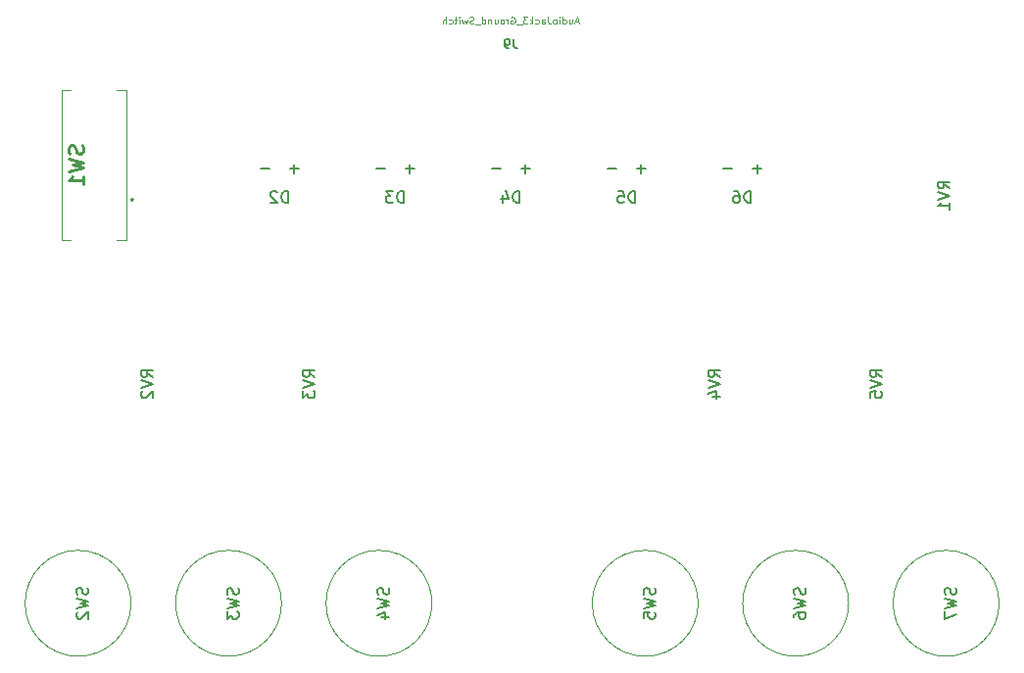
<source format=gbr>
G04 #@! TF.GenerationSoftware,KiCad,Pcbnew,(5.0.1)-3*
G04 #@! TF.CreationDate,2019-06-25T15:48:08+01:00*
G04 #@! TF.ProjectId,drumkid v3,6472756D6B69642076332E6B69636164,03*
G04 #@! TF.SameCoordinates,Original*
G04 #@! TF.FileFunction,Legend,Bot*
G04 #@! TF.FilePolarity,Positive*
%FSLAX46Y46*%
G04 Gerber Fmt 4.6, Leading zero omitted, Abs format (unit mm)*
G04 Created by KiCad (PCBNEW (5.0.1)-3) date 25/06/2019 15:48:08*
%MOMM*%
%LPD*%
G01*
G04 APERTURE LIST*
%ADD10C,0.120000*%
%ADD11C,0.100000*%
%ADD12C,0.200000*%
%ADD13C,0.150000*%
%ADD14C,0.254000*%
G04 APERTURE END LIST*
D10*
G04 #@! TO.C,SW2*
X117208947Y-95867290D02*
G75*
G03X117208947Y-95867290I-4579050J0D01*
G01*
G04 #@! TO.C,SW7*
X192208947Y-95867290D02*
G75*
G03X192208947Y-95867290I-4579050J0D01*
G01*
G04 #@! TO.C,SW6*
X179208947Y-95867290D02*
G75*
G03X179208947Y-95867290I-4579050J0D01*
G01*
G04 #@! TO.C,SW5*
X166208947Y-95867290D02*
G75*
G03X166208947Y-95867290I-4579050J0D01*
G01*
G04 #@! TO.C,SW4*
X143208947Y-95867290D02*
G75*
G03X143208947Y-95867290I-4579050J0D01*
G01*
G04 #@! TO.C,SW3*
X130208947Y-95867290D02*
G75*
G03X130208947Y-95867290I-4579050J0D01*
G01*
D11*
G04 #@! TO.C,SW1*
X115993946Y-64491091D02*
X116793946Y-64491091D01*
X116793946Y-64491091D02*
X116793946Y-51491091D01*
X116793946Y-51491091D02*
X115993946Y-51491091D01*
X111993946Y-64491091D02*
X111193946Y-64491091D01*
X111193946Y-64491091D02*
X111193946Y-51491091D01*
X111193946Y-51491091D02*
X111993946Y-51491091D01*
D12*
X117293946Y-61091091D02*
X117293946Y-61091091D01*
X117293946Y-60891091D02*
X117293946Y-60891091D01*
X117293946Y-60891091D02*
G75*
G03X117293946Y-61091091I0J-100000D01*
G01*
X117293946Y-61091091D02*
G75*
G03X117293946Y-60891091I0J100000D01*
G01*
G04 #@! TO.C,RV1*
D13*
X187906326Y-60015852D02*
X187430136Y-59682519D01*
X187906326Y-59444424D02*
X186906326Y-59444424D01*
X186906326Y-59825376D01*
X186953946Y-59920614D01*
X187001565Y-59968233D01*
X187096803Y-60015852D01*
X187239660Y-60015852D01*
X187334898Y-59968233D01*
X187382517Y-59920614D01*
X187430136Y-59825376D01*
X187430136Y-59444424D01*
X186906326Y-60301567D02*
X187906326Y-60634900D01*
X186906326Y-60968233D01*
X187906326Y-61825376D02*
X187906326Y-61253948D01*
X187906326Y-61539662D02*
X186906326Y-61539662D01*
X187049184Y-61444424D01*
X187144422Y-61349186D01*
X187192041Y-61253948D01*
G04 #@! TO.C,D6*
X170758095Y-61239670D02*
X170758095Y-60239670D01*
X170520000Y-60239670D01*
X170377142Y-60287290D01*
X170281904Y-60382528D01*
X170234285Y-60477766D01*
X170186666Y-60668242D01*
X170186666Y-60811099D01*
X170234285Y-61001575D01*
X170281904Y-61096813D01*
X170377142Y-61192051D01*
X170520000Y-61239670D01*
X170758095Y-61239670D01*
X169329523Y-60239670D02*
X169520000Y-60239670D01*
X169615238Y-60287290D01*
X169662857Y-60334909D01*
X169758095Y-60477766D01*
X169805714Y-60668242D01*
X169805714Y-61049194D01*
X169758095Y-61144432D01*
X169710476Y-61192051D01*
X169615238Y-61239670D01*
X169424761Y-61239670D01*
X169329523Y-61192051D01*
X169281904Y-61144432D01*
X169234285Y-61049194D01*
X169234285Y-60811099D01*
X169281904Y-60715861D01*
X169329523Y-60668242D01*
X169424761Y-60620623D01*
X169615238Y-60620623D01*
X169710476Y-60668242D01*
X169758095Y-60715861D01*
X169805714Y-60811099D01*
X169130952Y-58318718D02*
X168369047Y-58318718D01*
X171670952Y-58318718D02*
X170909047Y-58318718D01*
X171290000Y-58699670D02*
X171290000Y-57937766D01*
G04 #@! TO.C,D5*
X160758095Y-61239670D02*
X160758095Y-60239670D01*
X160520000Y-60239670D01*
X160377142Y-60287290D01*
X160281904Y-60382528D01*
X160234285Y-60477766D01*
X160186666Y-60668242D01*
X160186666Y-60811099D01*
X160234285Y-61001575D01*
X160281904Y-61096813D01*
X160377142Y-61192051D01*
X160520000Y-61239670D01*
X160758095Y-61239670D01*
X159281904Y-60239670D02*
X159758095Y-60239670D01*
X159805714Y-60715861D01*
X159758095Y-60668242D01*
X159662857Y-60620623D01*
X159424761Y-60620623D01*
X159329523Y-60668242D01*
X159281904Y-60715861D01*
X159234285Y-60811099D01*
X159234285Y-61049194D01*
X159281904Y-61144432D01*
X159329523Y-61192051D01*
X159424761Y-61239670D01*
X159662857Y-61239670D01*
X159758095Y-61192051D01*
X159805714Y-61144432D01*
X159130952Y-58318718D02*
X158369047Y-58318718D01*
X161670952Y-58318718D02*
X160909047Y-58318718D01*
X161290000Y-58699670D02*
X161290000Y-57937766D01*
G04 #@! TO.C,D4*
X150758095Y-61239670D02*
X150758095Y-60239670D01*
X150520000Y-60239670D01*
X150377142Y-60287290D01*
X150281904Y-60382528D01*
X150234285Y-60477766D01*
X150186666Y-60668242D01*
X150186666Y-60811099D01*
X150234285Y-61001575D01*
X150281904Y-61096813D01*
X150377142Y-61192051D01*
X150520000Y-61239670D01*
X150758095Y-61239670D01*
X149329523Y-60573004D02*
X149329523Y-61239670D01*
X149567619Y-60192051D02*
X149805714Y-60906337D01*
X149186666Y-60906337D01*
X149130952Y-58318718D02*
X148369047Y-58318718D01*
X151670952Y-58318718D02*
X150909047Y-58318718D01*
X151290000Y-58699670D02*
X151290000Y-57937766D01*
G04 #@! TO.C,D3*
X140758095Y-61239670D02*
X140758095Y-60239670D01*
X140520000Y-60239670D01*
X140377142Y-60287290D01*
X140281904Y-60382528D01*
X140234285Y-60477766D01*
X140186666Y-60668242D01*
X140186666Y-60811099D01*
X140234285Y-61001575D01*
X140281904Y-61096813D01*
X140377142Y-61192051D01*
X140520000Y-61239670D01*
X140758095Y-61239670D01*
X139853333Y-60239670D02*
X139234285Y-60239670D01*
X139567619Y-60620623D01*
X139424761Y-60620623D01*
X139329523Y-60668242D01*
X139281904Y-60715861D01*
X139234285Y-60811099D01*
X139234285Y-61049194D01*
X139281904Y-61144432D01*
X139329523Y-61192051D01*
X139424761Y-61239670D01*
X139710476Y-61239670D01*
X139805714Y-61192051D01*
X139853333Y-61144432D01*
X139130952Y-58318718D02*
X138369047Y-58318718D01*
X141670952Y-58318718D02*
X140909047Y-58318718D01*
X141290000Y-58699670D02*
X141290000Y-57937766D01*
G04 #@! TO.C,D2*
X130758095Y-61239670D02*
X130758095Y-60239670D01*
X130520000Y-60239670D01*
X130377142Y-60287290D01*
X130281904Y-60382528D01*
X130234285Y-60477766D01*
X130186666Y-60668242D01*
X130186666Y-60811099D01*
X130234285Y-61001575D01*
X130281904Y-61096813D01*
X130377142Y-61192051D01*
X130520000Y-61239670D01*
X130758095Y-61239670D01*
X129805714Y-60334909D02*
X129758095Y-60287290D01*
X129662857Y-60239670D01*
X129424761Y-60239670D01*
X129329523Y-60287290D01*
X129281904Y-60334909D01*
X129234285Y-60430147D01*
X129234285Y-60525385D01*
X129281904Y-60668242D01*
X129853333Y-61239670D01*
X129234285Y-61239670D01*
X129130952Y-58318718D02*
X128369047Y-58318718D01*
X131670952Y-58318718D02*
X130909047Y-58318718D01*
X131290000Y-58699670D02*
X131290000Y-57937766D01*
G04 #@! TO.C,J9*
X150266666Y-47101904D02*
X150266666Y-47673333D01*
X150304761Y-47787619D01*
X150380952Y-47863809D01*
X150495238Y-47901904D01*
X150571428Y-47901904D01*
X149847619Y-47901904D02*
X149695238Y-47901904D01*
X149619047Y-47863809D01*
X149580952Y-47825714D01*
X149504761Y-47711428D01*
X149466666Y-47559047D01*
X149466666Y-47254285D01*
X149504761Y-47178095D01*
X149542857Y-47140000D01*
X149619047Y-47101904D01*
X149771428Y-47101904D01*
X149847619Y-47140000D01*
X149885714Y-47178095D01*
X149923809Y-47254285D01*
X149923809Y-47444761D01*
X149885714Y-47520952D01*
X149847619Y-47559047D01*
X149771428Y-47597142D01*
X149619047Y-47597142D01*
X149542857Y-47559047D01*
X149504761Y-47520952D01*
X149466666Y-47444761D01*
D11*
X155857142Y-45608000D02*
X155571428Y-45608000D01*
X155914285Y-45779428D02*
X155714285Y-45179428D01*
X155514285Y-45779428D01*
X155057142Y-45379428D02*
X155057142Y-45779428D01*
X155314285Y-45379428D02*
X155314285Y-45693714D01*
X155285714Y-45750857D01*
X155228571Y-45779428D01*
X155142857Y-45779428D01*
X155085714Y-45750857D01*
X155057142Y-45722285D01*
X154514285Y-45779428D02*
X154514285Y-45179428D01*
X154514285Y-45750857D02*
X154571428Y-45779428D01*
X154685714Y-45779428D01*
X154742857Y-45750857D01*
X154771428Y-45722285D01*
X154800000Y-45665142D01*
X154800000Y-45493714D01*
X154771428Y-45436571D01*
X154742857Y-45408000D01*
X154685714Y-45379428D01*
X154571428Y-45379428D01*
X154514285Y-45408000D01*
X154228571Y-45779428D02*
X154228571Y-45379428D01*
X154228571Y-45179428D02*
X154257142Y-45208000D01*
X154228571Y-45236571D01*
X154200000Y-45208000D01*
X154228571Y-45179428D01*
X154228571Y-45236571D01*
X153857142Y-45779428D02*
X153914285Y-45750857D01*
X153942857Y-45722285D01*
X153971428Y-45665142D01*
X153971428Y-45493714D01*
X153942857Y-45436571D01*
X153914285Y-45408000D01*
X153857142Y-45379428D01*
X153771428Y-45379428D01*
X153714285Y-45408000D01*
X153685714Y-45436571D01*
X153657142Y-45493714D01*
X153657142Y-45665142D01*
X153685714Y-45722285D01*
X153714285Y-45750857D01*
X153771428Y-45779428D01*
X153857142Y-45779428D01*
X153228571Y-45179428D02*
X153228571Y-45608000D01*
X153257142Y-45693714D01*
X153314285Y-45750857D01*
X153400000Y-45779428D01*
X153457142Y-45779428D01*
X152685714Y-45779428D02*
X152685714Y-45465142D01*
X152714285Y-45408000D01*
X152771428Y-45379428D01*
X152885714Y-45379428D01*
X152942857Y-45408000D01*
X152685714Y-45750857D02*
X152742857Y-45779428D01*
X152885714Y-45779428D01*
X152942857Y-45750857D01*
X152971428Y-45693714D01*
X152971428Y-45636571D01*
X152942857Y-45579428D01*
X152885714Y-45550857D01*
X152742857Y-45550857D01*
X152685714Y-45522285D01*
X152142857Y-45750857D02*
X152200000Y-45779428D01*
X152314285Y-45779428D01*
X152371428Y-45750857D01*
X152400000Y-45722285D01*
X152428571Y-45665142D01*
X152428571Y-45493714D01*
X152400000Y-45436571D01*
X152371428Y-45408000D01*
X152314285Y-45379428D01*
X152200000Y-45379428D01*
X152142857Y-45408000D01*
X151885714Y-45779428D02*
X151885714Y-45179428D01*
X151828571Y-45550857D02*
X151657142Y-45779428D01*
X151657142Y-45379428D02*
X151885714Y-45608000D01*
X151457142Y-45179428D02*
X151085714Y-45179428D01*
X151285714Y-45408000D01*
X151200000Y-45408000D01*
X151142857Y-45436571D01*
X151114285Y-45465142D01*
X151085714Y-45522285D01*
X151085714Y-45665142D01*
X151114285Y-45722285D01*
X151142857Y-45750857D01*
X151200000Y-45779428D01*
X151371428Y-45779428D01*
X151428571Y-45750857D01*
X151457142Y-45722285D01*
X150971428Y-45836571D02*
X150514285Y-45836571D01*
X150057142Y-45208000D02*
X150114285Y-45179428D01*
X150200000Y-45179428D01*
X150285714Y-45208000D01*
X150342857Y-45265142D01*
X150371428Y-45322285D01*
X150400000Y-45436571D01*
X150400000Y-45522285D01*
X150371428Y-45636571D01*
X150342857Y-45693714D01*
X150285714Y-45750857D01*
X150200000Y-45779428D01*
X150142857Y-45779428D01*
X150057142Y-45750857D01*
X150028571Y-45722285D01*
X150028571Y-45522285D01*
X150142857Y-45522285D01*
X149771428Y-45779428D02*
X149771428Y-45379428D01*
X149771428Y-45493714D02*
X149742857Y-45436571D01*
X149714285Y-45408000D01*
X149657142Y-45379428D01*
X149600000Y-45379428D01*
X149314285Y-45779428D02*
X149371428Y-45750857D01*
X149400000Y-45722285D01*
X149428571Y-45665142D01*
X149428571Y-45493714D01*
X149400000Y-45436571D01*
X149371428Y-45408000D01*
X149314285Y-45379428D01*
X149228571Y-45379428D01*
X149171428Y-45408000D01*
X149142857Y-45436571D01*
X149114285Y-45493714D01*
X149114285Y-45665142D01*
X149142857Y-45722285D01*
X149171428Y-45750857D01*
X149228571Y-45779428D01*
X149314285Y-45779428D01*
X148600000Y-45379428D02*
X148600000Y-45779428D01*
X148857142Y-45379428D02*
X148857142Y-45693714D01*
X148828571Y-45750857D01*
X148771428Y-45779428D01*
X148685714Y-45779428D01*
X148628571Y-45750857D01*
X148600000Y-45722285D01*
X148314285Y-45379428D02*
X148314285Y-45779428D01*
X148314285Y-45436571D02*
X148285714Y-45408000D01*
X148228571Y-45379428D01*
X148142857Y-45379428D01*
X148085714Y-45408000D01*
X148057142Y-45465142D01*
X148057142Y-45779428D01*
X147514285Y-45779428D02*
X147514285Y-45179428D01*
X147514285Y-45750857D02*
X147571428Y-45779428D01*
X147685714Y-45779428D01*
X147742857Y-45750857D01*
X147771428Y-45722285D01*
X147800000Y-45665142D01*
X147800000Y-45493714D01*
X147771428Y-45436571D01*
X147742857Y-45408000D01*
X147685714Y-45379428D01*
X147571428Y-45379428D01*
X147514285Y-45408000D01*
X147371428Y-45836571D02*
X146914285Y-45836571D01*
X146800000Y-45750857D02*
X146714285Y-45779428D01*
X146571428Y-45779428D01*
X146514285Y-45750857D01*
X146485714Y-45722285D01*
X146457142Y-45665142D01*
X146457142Y-45608000D01*
X146485714Y-45550857D01*
X146514285Y-45522285D01*
X146571428Y-45493714D01*
X146685714Y-45465142D01*
X146742857Y-45436571D01*
X146771428Y-45408000D01*
X146800000Y-45350857D01*
X146800000Y-45293714D01*
X146771428Y-45236571D01*
X146742857Y-45208000D01*
X146685714Y-45179428D01*
X146542857Y-45179428D01*
X146457142Y-45208000D01*
X146257142Y-45379428D02*
X146142857Y-45779428D01*
X146028571Y-45493714D01*
X145914285Y-45779428D01*
X145800000Y-45379428D01*
X145571428Y-45779428D02*
X145571428Y-45379428D01*
X145571428Y-45179428D02*
X145600000Y-45208000D01*
X145571428Y-45236571D01*
X145542857Y-45208000D01*
X145571428Y-45179428D01*
X145571428Y-45236571D01*
X145371428Y-45379428D02*
X145142857Y-45379428D01*
X145285714Y-45179428D02*
X145285714Y-45693714D01*
X145257142Y-45750857D01*
X145200000Y-45779428D01*
X145142857Y-45779428D01*
X144685714Y-45750857D02*
X144742857Y-45779428D01*
X144857142Y-45779428D01*
X144914285Y-45750857D01*
X144942857Y-45722285D01*
X144971428Y-45665142D01*
X144971428Y-45493714D01*
X144942857Y-45436571D01*
X144914285Y-45408000D01*
X144857142Y-45379428D01*
X144742857Y-45379428D01*
X144685714Y-45408000D01*
X144428571Y-45779428D02*
X144428571Y-45179428D01*
X144171428Y-45779428D02*
X144171428Y-45465142D01*
X144200000Y-45408000D01*
X144257142Y-45379428D01*
X144342857Y-45379428D01*
X144400000Y-45408000D01*
X144428571Y-45436571D01*
G04 #@! TO.C,RV2*
D13*
X119082277Y-76302051D02*
X118606087Y-75968718D01*
X119082277Y-75730623D02*
X118082277Y-75730623D01*
X118082277Y-76111575D01*
X118129897Y-76206813D01*
X118177516Y-76254432D01*
X118272754Y-76302051D01*
X118415611Y-76302051D01*
X118510849Y-76254432D01*
X118558468Y-76206813D01*
X118606087Y-76111575D01*
X118606087Y-75730623D01*
X118082277Y-76587766D02*
X119082277Y-76921099D01*
X118082277Y-77254432D01*
X118177516Y-77540147D02*
X118129897Y-77587766D01*
X118082277Y-77683004D01*
X118082277Y-77921099D01*
X118129897Y-78016337D01*
X118177516Y-78063956D01*
X118272754Y-78111575D01*
X118367992Y-78111575D01*
X118510849Y-78063956D01*
X119082277Y-77492528D01*
X119082277Y-78111575D01*
G04 #@! TO.C,RV4*
X168082277Y-76302051D02*
X167606087Y-75968718D01*
X168082277Y-75730623D02*
X167082277Y-75730623D01*
X167082277Y-76111575D01*
X167129897Y-76206813D01*
X167177516Y-76254432D01*
X167272754Y-76302051D01*
X167415611Y-76302051D01*
X167510849Y-76254432D01*
X167558468Y-76206813D01*
X167606087Y-76111575D01*
X167606087Y-75730623D01*
X167082277Y-76587766D02*
X168082277Y-76921099D01*
X167082277Y-77254432D01*
X167415611Y-78016337D02*
X168082277Y-78016337D01*
X167034658Y-77778242D02*
X167748944Y-77540147D01*
X167748944Y-78159194D01*
G04 #@! TO.C,RV3*
X133082277Y-76302051D02*
X132606087Y-75968718D01*
X133082277Y-75730623D02*
X132082277Y-75730623D01*
X132082277Y-76111575D01*
X132129897Y-76206813D01*
X132177516Y-76254432D01*
X132272754Y-76302051D01*
X132415611Y-76302051D01*
X132510849Y-76254432D01*
X132558468Y-76206813D01*
X132606087Y-76111575D01*
X132606087Y-75730623D01*
X132082277Y-76587766D02*
X133082277Y-76921099D01*
X132082277Y-77254432D01*
X132082277Y-77492528D02*
X132082277Y-78111575D01*
X132463230Y-77778242D01*
X132463230Y-77921099D01*
X132510849Y-78016337D01*
X132558468Y-78063956D01*
X132653706Y-78111575D01*
X132891801Y-78111575D01*
X132987039Y-78063956D01*
X133034658Y-78016337D01*
X133082277Y-77921099D01*
X133082277Y-77635385D01*
X133034658Y-77540147D01*
X132987039Y-77492528D01*
G04 #@! TO.C,RV5*
X182082277Y-76302051D02*
X181606087Y-75968718D01*
X182082277Y-75730623D02*
X181082277Y-75730623D01*
X181082277Y-76111575D01*
X181129897Y-76206813D01*
X181177516Y-76254432D01*
X181272754Y-76302051D01*
X181415611Y-76302051D01*
X181510849Y-76254432D01*
X181558468Y-76206813D01*
X181606087Y-76111575D01*
X181606087Y-75730623D01*
X181082277Y-76587766D02*
X182082277Y-76921099D01*
X181082277Y-77254432D01*
X181082277Y-78063956D02*
X181082277Y-77587766D01*
X181558468Y-77540147D01*
X181510849Y-77587766D01*
X181463230Y-77683004D01*
X181463230Y-77921099D01*
X181510849Y-78016337D01*
X181558468Y-78063956D01*
X181653706Y-78111575D01*
X181891801Y-78111575D01*
X181987039Y-78063956D01*
X182034658Y-78016337D01*
X182082277Y-77921099D01*
X182082277Y-77683004D01*
X182034658Y-77587766D01*
X181987039Y-77540147D01*
G04 #@! TO.C,SW2*
X113454658Y-94533956D02*
X113502277Y-94676813D01*
X113502277Y-94914909D01*
X113454658Y-95010147D01*
X113407039Y-95057766D01*
X113311801Y-95105385D01*
X113216563Y-95105385D01*
X113121325Y-95057766D01*
X113073706Y-95010147D01*
X113026087Y-94914909D01*
X112978468Y-94724432D01*
X112930849Y-94629194D01*
X112883230Y-94581575D01*
X112787992Y-94533956D01*
X112692754Y-94533956D01*
X112597516Y-94581575D01*
X112549897Y-94629194D01*
X112502277Y-94724432D01*
X112502277Y-94962528D01*
X112549897Y-95105385D01*
X112502277Y-95438718D02*
X113502277Y-95676813D01*
X112787992Y-95867290D01*
X113502277Y-96057766D01*
X112502277Y-96295861D01*
X112597516Y-96629194D02*
X112549897Y-96676813D01*
X112502277Y-96772051D01*
X112502277Y-97010147D01*
X112549897Y-97105385D01*
X112597516Y-97153004D01*
X112692754Y-97200623D01*
X112787992Y-97200623D01*
X112930849Y-97153004D01*
X113502277Y-96581575D01*
X113502277Y-97200623D01*
G04 #@! TO.C,SW7*
X188454658Y-94533956D02*
X188502277Y-94676813D01*
X188502277Y-94914909D01*
X188454658Y-95010147D01*
X188407039Y-95057766D01*
X188311801Y-95105385D01*
X188216563Y-95105385D01*
X188121325Y-95057766D01*
X188073706Y-95010147D01*
X188026087Y-94914909D01*
X187978468Y-94724432D01*
X187930849Y-94629194D01*
X187883230Y-94581575D01*
X187787992Y-94533956D01*
X187692754Y-94533956D01*
X187597516Y-94581575D01*
X187549897Y-94629194D01*
X187502277Y-94724432D01*
X187502277Y-94962528D01*
X187549897Y-95105385D01*
X187502277Y-95438718D02*
X188502277Y-95676813D01*
X187787992Y-95867290D01*
X188502277Y-96057766D01*
X187502277Y-96295861D01*
X187502277Y-96581575D02*
X187502277Y-97248242D01*
X188502277Y-96819670D01*
G04 #@! TO.C,SW6*
X175454658Y-94533956D02*
X175502277Y-94676813D01*
X175502277Y-94914909D01*
X175454658Y-95010147D01*
X175407039Y-95057766D01*
X175311801Y-95105385D01*
X175216563Y-95105385D01*
X175121325Y-95057766D01*
X175073706Y-95010147D01*
X175026087Y-94914909D01*
X174978468Y-94724432D01*
X174930849Y-94629194D01*
X174883230Y-94581575D01*
X174787992Y-94533956D01*
X174692754Y-94533956D01*
X174597516Y-94581575D01*
X174549897Y-94629194D01*
X174502277Y-94724432D01*
X174502277Y-94962528D01*
X174549897Y-95105385D01*
X174502277Y-95438718D02*
X175502277Y-95676813D01*
X174787992Y-95867290D01*
X175502277Y-96057766D01*
X174502277Y-96295861D01*
X174502277Y-97105385D02*
X174502277Y-96914909D01*
X174549897Y-96819670D01*
X174597516Y-96772051D01*
X174740373Y-96676813D01*
X174930849Y-96629194D01*
X175311801Y-96629194D01*
X175407039Y-96676813D01*
X175454658Y-96724432D01*
X175502277Y-96819670D01*
X175502277Y-97010147D01*
X175454658Y-97105385D01*
X175407039Y-97153004D01*
X175311801Y-97200623D01*
X175073706Y-97200623D01*
X174978468Y-97153004D01*
X174930849Y-97105385D01*
X174883230Y-97010147D01*
X174883230Y-96819670D01*
X174930849Y-96724432D01*
X174978468Y-96676813D01*
X175073706Y-96629194D01*
G04 #@! TO.C,SW5*
X162454658Y-94533956D02*
X162502277Y-94676813D01*
X162502277Y-94914909D01*
X162454658Y-95010147D01*
X162407039Y-95057766D01*
X162311801Y-95105385D01*
X162216563Y-95105385D01*
X162121325Y-95057766D01*
X162073706Y-95010147D01*
X162026087Y-94914909D01*
X161978468Y-94724432D01*
X161930849Y-94629194D01*
X161883230Y-94581575D01*
X161787992Y-94533956D01*
X161692754Y-94533956D01*
X161597516Y-94581575D01*
X161549897Y-94629194D01*
X161502277Y-94724432D01*
X161502277Y-94962528D01*
X161549897Y-95105385D01*
X161502277Y-95438718D02*
X162502277Y-95676813D01*
X161787992Y-95867290D01*
X162502277Y-96057766D01*
X161502277Y-96295861D01*
X161502277Y-97153004D02*
X161502277Y-96676813D01*
X161978468Y-96629194D01*
X161930849Y-96676813D01*
X161883230Y-96772051D01*
X161883230Y-97010147D01*
X161930849Y-97105385D01*
X161978468Y-97153004D01*
X162073706Y-97200623D01*
X162311801Y-97200623D01*
X162407039Y-97153004D01*
X162454658Y-97105385D01*
X162502277Y-97010147D01*
X162502277Y-96772051D01*
X162454658Y-96676813D01*
X162407039Y-96629194D01*
G04 #@! TO.C,SW4*
X139454658Y-94533956D02*
X139502277Y-94676813D01*
X139502277Y-94914909D01*
X139454658Y-95010147D01*
X139407039Y-95057766D01*
X139311801Y-95105385D01*
X139216563Y-95105385D01*
X139121325Y-95057766D01*
X139073706Y-95010147D01*
X139026087Y-94914909D01*
X138978468Y-94724432D01*
X138930849Y-94629194D01*
X138883230Y-94581575D01*
X138787992Y-94533956D01*
X138692754Y-94533956D01*
X138597516Y-94581575D01*
X138549897Y-94629194D01*
X138502277Y-94724432D01*
X138502277Y-94962528D01*
X138549897Y-95105385D01*
X138502277Y-95438718D02*
X139502277Y-95676813D01*
X138787992Y-95867290D01*
X139502277Y-96057766D01*
X138502277Y-96295861D01*
X138835611Y-97105385D02*
X139502277Y-97105385D01*
X138454658Y-96867290D02*
X139168944Y-96629194D01*
X139168944Y-97248242D01*
G04 #@! TO.C,SW3*
X126454658Y-94533956D02*
X126502277Y-94676813D01*
X126502277Y-94914909D01*
X126454658Y-95010147D01*
X126407039Y-95057766D01*
X126311801Y-95105385D01*
X126216563Y-95105385D01*
X126121325Y-95057766D01*
X126073706Y-95010147D01*
X126026087Y-94914909D01*
X125978468Y-94724432D01*
X125930849Y-94629194D01*
X125883230Y-94581575D01*
X125787992Y-94533956D01*
X125692754Y-94533956D01*
X125597516Y-94581575D01*
X125549897Y-94629194D01*
X125502277Y-94724432D01*
X125502277Y-94962528D01*
X125549897Y-95105385D01*
X125502277Y-95438718D02*
X126502277Y-95676813D01*
X125787992Y-95867290D01*
X126502277Y-96057766D01*
X125502277Y-96295861D01*
X125502277Y-96581575D02*
X125502277Y-97200623D01*
X125883230Y-96867290D01*
X125883230Y-97010147D01*
X125930849Y-97105385D01*
X125978468Y-97153004D01*
X126073706Y-97200623D01*
X126311801Y-97200623D01*
X126407039Y-97153004D01*
X126454658Y-97105385D01*
X126502277Y-97010147D01*
X126502277Y-96724432D01*
X126454658Y-96629194D01*
X126407039Y-96581575D01*
G04 #@! TO.C,SW1*
D14*
X113007993Y-56297757D02*
X113068469Y-56479186D01*
X113068469Y-56781567D01*
X113007993Y-56902519D01*
X112947517Y-56962995D01*
X112826565Y-57023471D01*
X112705612Y-57023471D01*
X112584660Y-56962995D01*
X112524184Y-56902519D01*
X112463707Y-56781567D01*
X112403231Y-56539662D01*
X112342755Y-56418710D01*
X112282279Y-56358233D01*
X112161326Y-56297757D01*
X112040374Y-56297757D01*
X111919422Y-56358233D01*
X111858946Y-56418710D01*
X111798469Y-56539662D01*
X111798469Y-56842043D01*
X111858946Y-57023471D01*
X111798469Y-57446805D02*
X113068469Y-57749186D01*
X112161326Y-57991091D01*
X113068469Y-58232995D01*
X111798469Y-58535376D01*
X113068469Y-59684424D02*
X113068469Y-58958710D01*
X113068469Y-59321567D02*
X111798469Y-59321567D01*
X111979898Y-59200614D01*
X112100850Y-59079662D01*
X112161326Y-58958710D01*
G04 #@! TD*
M02*

</source>
